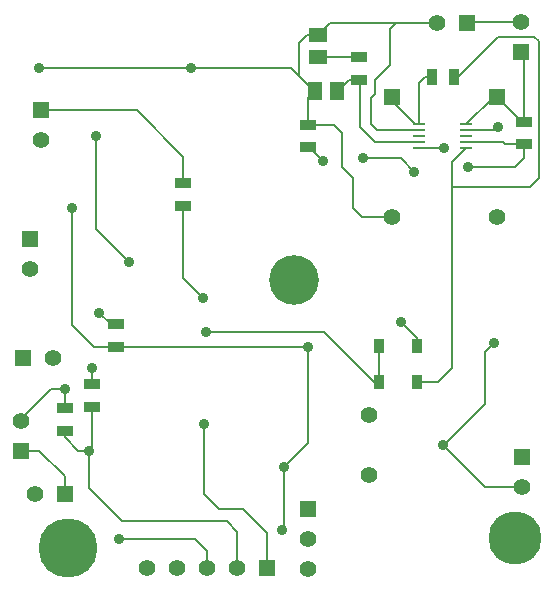
<source format=gbl>
G04 (created by PCBNEW (2013-07-07 BZR 4022)-stable) date 24/06/2015 00:02:37*
%MOIN*%
G04 Gerber Fmt 3.4, Leading zero omitted, Abs format*
%FSLAX34Y34*%
G01*
G70*
G90*
G04 APERTURE LIST*
%ADD10C,0.00590551*%
%ADD11R,0.0423228X0.0106299*%
%ADD12R,0.0358268X0.0480315*%
%ADD13R,0.055X0.035*%
%ADD14R,0.035X0.055*%
%ADD15R,0.055X0.055*%
%ADD16C,0.055*%
%ADD17C,0.056*%
%ADD18R,0.059X0.0512*%
%ADD19R,0.0512X0.059*%
%ADD20C,0.165354*%
%ADD21C,0.19685*%
%ADD22C,0.177165*%
%ADD23C,0.035*%
%ADD24C,0.00787402*%
G04 APERTURE END LIST*
G54D10*
G54D11*
X86167Y-60343D03*
X86167Y-60146D03*
X86167Y-59950D03*
X86167Y-59753D03*
X86167Y-59556D03*
X87732Y-59556D03*
X87732Y-59753D03*
X87732Y-59950D03*
X87732Y-60146D03*
X87732Y-60343D03*
G54D12*
X86095Y-68150D03*
X84804Y-68150D03*
X86095Y-66950D03*
X84804Y-66950D03*
G54D13*
X76050Y-66975D03*
X76050Y-66225D03*
X84150Y-58075D03*
X84150Y-57325D03*
G54D14*
X86575Y-58000D03*
X87325Y-58000D03*
G54D13*
X75250Y-68975D03*
X75250Y-68225D03*
X82450Y-60325D03*
X82450Y-59575D03*
X89650Y-59475D03*
X89650Y-60225D03*
X74350Y-69775D03*
X74350Y-69025D03*
X78300Y-62275D03*
X78300Y-61525D03*
G54D15*
X81100Y-74350D03*
G54D16*
X80100Y-74350D03*
X79100Y-74350D03*
X78100Y-74350D03*
X77100Y-74350D03*
G54D15*
X82450Y-72400D03*
G54D16*
X82450Y-73400D03*
X82450Y-74400D03*
G54D15*
X73200Y-63400D03*
G54D16*
X73200Y-64400D03*
G54D15*
X73550Y-59100D03*
G54D16*
X73550Y-60100D03*
G54D15*
X89600Y-70650D03*
G54D16*
X89600Y-71650D03*
G54D15*
X87750Y-56200D03*
G54D16*
X86750Y-56200D03*
G54D15*
X72900Y-70450D03*
G54D16*
X72900Y-69450D03*
G54D15*
X72950Y-67350D03*
G54D16*
X73950Y-67350D03*
G54D15*
X89550Y-57150D03*
G54D16*
X89550Y-56150D03*
G54D15*
X74350Y-71900D03*
G54D16*
X73350Y-71900D03*
G54D17*
X84500Y-71250D03*
X84500Y-69250D03*
G54D15*
X85250Y-58650D03*
G54D16*
X85250Y-62650D03*
G54D15*
X88750Y-58650D03*
G54D16*
X88750Y-62650D03*
G54D18*
X82800Y-57325D03*
X82800Y-56575D03*
G54D19*
X83425Y-58450D03*
X82675Y-58450D03*
G54D20*
X82000Y-64750D03*
G54D21*
X74450Y-73700D03*
G54D22*
X89350Y-73350D03*
G54D23*
X82450Y-67000D03*
X74600Y-62350D03*
X75150Y-70450D03*
X81600Y-73100D03*
X81650Y-71000D03*
X76150Y-73400D03*
X86950Y-70250D03*
X88650Y-66850D03*
X73500Y-57700D03*
X78550Y-57700D03*
X79050Y-66500D03*
X79000Y-69550D03*
X78950Y-65350D03*
X87800Y-61000D03*
X86000Y-61150D03*
X82950Y-60800D03*
X84300Y-60700D03*
X85550Y-66150D03*
X75500Y-65850D03*
X75250Y-67700D03*
X75400Y-59950D03*
X76500Y-64150D03*
X87000Y-60350D03*
X88800Y-59650D03*
X74350Y-68400D03*
G54D24*
X80100Y-73750D02*
X80100Y-73150D01*
X75150Y-71700D02*
X75150Y-71600D01*
X76250Y-72800D02*
X75150Y-71700D01*
X79750Y-72800D02*
X76250Y-72800D01*
X80100Y-73150D02*
X79750Y-72800D01*
X76050Y-66975D02*
X75325Y-66975D01*
X74600Y-66250D02*
X74600Y-62350D01*
X75325Y-66975D02*
X74600Y-66250D01*
X76600Y-67000D02*
X76075Y-67000D01*
X76075Y-67000D02*
X76050Y-66975D01*
X82450Y-67000D02*
X76600Y-67000D01*
X76600Y-67000D02*
X76550Y-67000D01*
X75250Y-68975D02*
X75250Y-70350D01*
X75250Y-70350D02*
X75150Y-70450D01*
X74350Y-69775D02*
X74350Y-70000D01*
X74800Y-70450D02*
X75150Y-70450D01*
X74350Y-70000D02*
X74800Y-70450D01*
X75150Y-71550D02*
X75150Y-70450D01*
X75150Y-71600D02*
X75150Y-71550D01*
X80100Y-74350D02*
X80100Y-73750D01*
X81650Y-71000D02*
X81650Y-73050D01*
X81650Y-73050D02*
X81600Y-73100D01*
X82450Y-70200D02*
X81650Y-71000D01*
X82450Y-67000D02*
X82450Y-70200D01*
X86167Y-59556D02*
X86006Y-59556D01*
X85250Y-58800D02*
X85250Y-58650D01*
X86006Y-59556D02*
X85250Y-58800D01*
X86575Y-58000D02*
X86350Y-58000D01*
X86167Y-58182D02*
X86167Y-59556D01*
X86350Y-58000D02*
X86167Y-58182D01*
X87250Y-61150D02*
X87250Y-60826D01*
X87250Y-61650D02*
X87250Y-61150D01*
X87250Y-60826D02*
X87732Y-60343D01*
X87250Y-61650D02*
X89850Y-61650D01*
X90150Y-61350D02*
X90150Y-60700D01*
X89850Y-61650D02*
X90150Y-61350D01*
X87325Y-58000D02*
X87450Y-58000D01*
X87450Y-58000D02*
X88800Y-56650D01*
X88800Y-56650D02*
X90000Y-56650D01*
X90000Y-56650D02*
X90150Y-56800D01*
X90150Y-56800D02*
X90150Y-60700D01*
X86095Y-68150D02*
X86800Y-68150D01*
X87250Y-67700D02*
X87250Y-61650D01*
X86800Y-68150D02*
X87250Y-67700D01*
X79100Y-74350D02*
X79100Y-73800D01*
X78700Y-73400D02*
X76150Y-73400D01*
X79100Y-73800D02*
X78700Y-73400D01*
X78550Y-57700D02*
X81900Y-57700D01*
X81900Y-57700D02*
X82150Y-57950D01*
X86950Y-70250D02*
X87000Y-70250D01*
X88350Y-71650D02*
X86950Y-70250D01*
X89600Y-71650D02*
X88350Y-71650D01*
X88350Y-67150D02*
X88650Y-66850D01*
X88350Y-68900D02*
X88350Y-67150D01*
X87000Y-70250D02*
X88350Y-68900D01*
X78550Y-57700D02*
X73500Y-57700D01*
X74350Y-71900D02*
X74350Y-71300D01*
X73500Y-70450D02*
X72900Y-70450D01*
X74350Y-71300D02*
X73500Y-70450D01*
X86167Y-59753D02*
X84753Y-59753D01*
X85200Y-56400D02*
X85400Y-56200D01*
X85200Y-57600D02*
X85200Y-56400D01*
X84700Y-58100D02*
X85200Y-57600D01*
X84700Y-58550D02*
X84700Y-58100D01*
X84550Y-58700D02*
X84700Y-58550D01*
X84550Y-59550D02*
X84550Y-58700D01*
X84753Y-59753D02*
X84550Y-59550D01*
X83600Y-61000D02*
X83600Y-59850D01*
X83325Y-59575D02*
X82975Y-59575D01*
X83600Y-59850D02*
X83325Y-59575D01*
X82450Y-59575D02*
X82975Y-59575D01*
X84250Y-62650D02*
X85250Y-62650D01*
X83950Y-62350D02*
X84250Y-62650D01*
X83950Y-61350D02*
X83950Y-62350D01*
X83600Y-61000D02*
X83950Y-61350D01*
X86750Y-56200D02*
X85400Y-56200D01*
X85400Y-56200D02*
X83175Y-56200D01*
X83175Y-56200D02*
X82800Y-56575D01*
X82450Y-59575D02*
X82450Y-58675D01*
X82450Y-58675D02*
X82675Y-58450D01*
X82675Y-58450D02*
X82650Y-58450D01*
X82650Y-58450D02*
X82150Y-57950D01*
X82150Y-57950D02*
X82150Y-56850D01*
X82425Y-56575D02*
X82800Y-56575D01*
X82150Y-56850D02*
X82425Y-56575D01*
X84804Y-68150D02*
X84650Y-68150D01*
X83000Y-66500D02*
X79050Y-66500D01*
X84650Y-68150D02*
X83000Y-66500D01*
X84804Y-66950D02*
X84804Y-68150D01*
X79000Y-71850D02*
X79000Y-71900D01*
X79000Y-69550D02*
X79000Y-71850D01*
X80300Y-72400D02*
X81100Y-73200D01*
X81100Y-73200D02*
X81100Y-74350D01*
X79500Y-72400D02*
X80300Y-72400D01*
X79000Y-71900D02*
X79500Y-72400D01*
X78300Y-62275D02*
X78300Y-64700D01*
X78300Y-64700D02*
X78950Y-65350D01*
X78300Y-61525D02*
X78300Y-60650D01*
X76750Y-59100D02*
X73550Y-59100D01*
X78300Y-60650D02*
X76750Y-59100D01*
X88750Y-58650D02*
X88638Y-58650D01*
X88638Y-58650D02*
X87732Y-59556D01*
X89650Y-59475D02*
X89575Y-59475D01*
X89575Y-59475D02*
X88750Y-58650D01*
X89650Y-59475D02*
X89650Y-57250D01*
X89650Y-57250D02*
X89550Y-57150D01*
X84400Y-60700D02*
X84300Y-60700D01*
X89650Y-60700D02*
X89350Y-61000D01*
X89350Y-61000D02*
X87800Y-61000D01*
X86000Y-61150D02*
X85550Y-60700D01*
X85550Y-60700D02*
X84400Y-60700D01*
X89650Y-60225D02*
X89650Y-60700D01*
X82475Y-60325D02*
X82450Y-60325D01*
X82950Y-60800D02*
X82475Y-60325D01*
X89650Y-60225D02*
X89025Y-60225D01*
X88946Y-60146D02*
X87732Y-60146D01*
X89025Y-60225D02*
X88946Y-60146D01*
X84300Y-59750D02*
X84200Y-59650D01*
X84300Y-59750D02*
X84696Y-60146D01*
X86167Y-60146D02*
X84696Y-60146D01*
X84200Y-58125D02*
X84150Y-58075D01*
X84200Y-59650D02*
X84200Y-58125D01*
X83425Y-58450D02*
X83450Y-58450D01*
X83825Y-58075D02*
X84150Y-58075D01*
X83450Y-58450D02*
X83825Y-58075D01*
X86095Y-66695D02*
X86095Y-66950D01*
X85550Y-66150D02*
X86095Y-66695D01*
X76050Y-66225D02*
X75875Y-66225D01*
X75875Y-66225D02*
X75500Y-65850D01*
X75250Y-68225D02*
X75250Y-67700D01*
X89550Y-56150D02*
X87800Y-56150D01*
X87800Y-56150D02*
X87750Y-56200D01*
X75400Y-63050D02*
X75400Y-59950D01*
X76500Y-64150D02*
X75400Y-63050D01*
X84150Y-57325D02*
X82800Y-57325D01*
X86993Y-60343D02*
X86167Y-60343D01*
X87000Y-60350D02*
X86993Y-60343D01*
X87732Y-59753D02*
X88696Y-59753D01*
X88696Y-59753D02*
X88800Y-59650D01*
X72900Y-69450D02*
X72900Y-69400D01*
X73900Y-68400D02*
X74350Y-68400D01*
X72900Y-69400D02*
X73900Y-68400D01*
X74350Y-69025D02*
X74350Y-68400D01*
M02*

</source>
